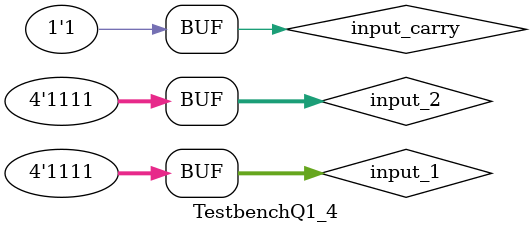
<source format=v>
module TestbenchQ1_4;
reg [0:3] input_1;
reg [0:3] input_2;
reg input_carry;
wire output_carry;
wire [0:3] sum;
FourBitFullAdder full_adder(input_1, input_2, input_carry, output_carry, sum);
initial begin
	for (input_1 = 4'b0000 ; input_1 != 4'b1111 ; input_1 = input_1 + 1'b1)
	begin
	for (input_2 = 4'b0000 ; input_2 != 4'b1111 ; input_2 = input_2 + 1'b1)
	begin
	#10
	input_carry = 1'b1;			
	$monitor("input_1 = %d , input_2 = %d , input_carry = %b , sum = %d , output_carry = %b", input_1, input_2, input_carry, sum, output_carry);
	end
	end	
end
endmodule
</source>
